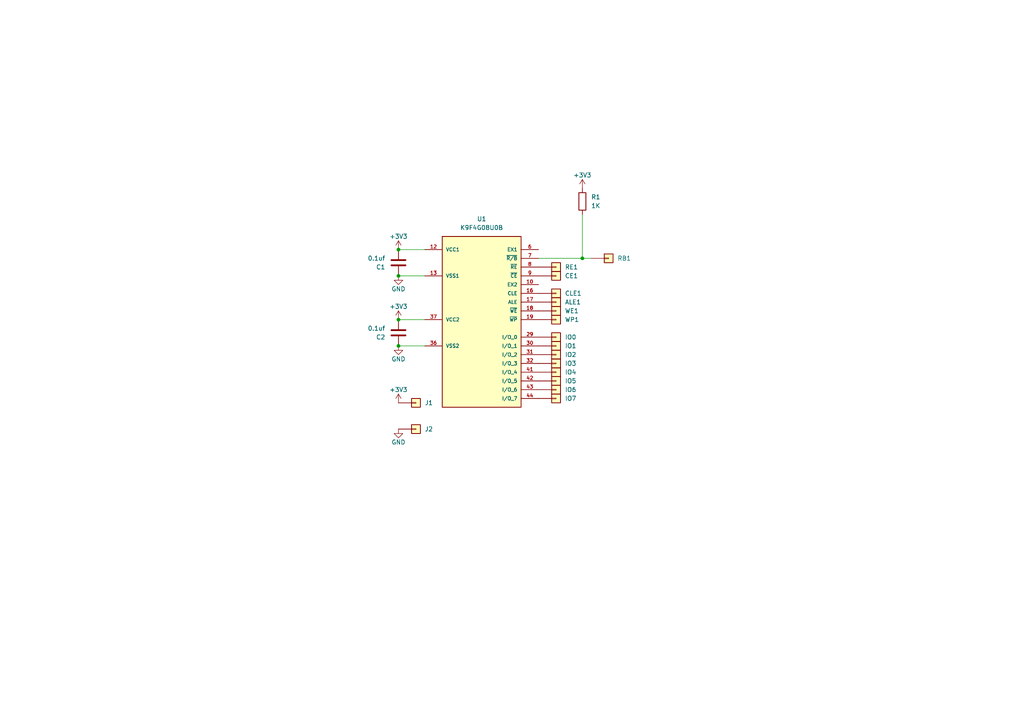
<source format=kicad_sch>
(kicad_sch (version 20250114) (generator "eeschema") (generator_version "9.0")
  (paper "A4")
  (title_block (rev "3.1"))
  (lib_symbols
    (symbol "Connector_Generic:Conn_01x01" (pin_numbers (hide yes)) (pin_names (offset 1.016) (hide yes))
      (property "Reference" "J" (at 0 2.54 0))
      (property "Value" "Conn_01x01" (at 0 -2.54 0))
      (symbol "Conn_01x01_1_1"
        (rectangle (start -1.27 1.27) (end 1.27 -1.27) (stroke (width 0.254)) (fill (type background)))
        (rectangle (start -1.27 0.127) (end 0 -0.127) (stroke (width 0.1524)))
        (pin passive line (at -5.08 0 0) (length 3.81) (name "Pin_1") (number "1"))
      )
    )
    (symbol "Device:C" (pin_numbers (hide yes)) (pin_names (offset 0.254))
      (property "Reference" "C" (at 0.635 2.54 0))
      (property "Value" "C" (at 0.635 -2.54 0))
      (symbol "C_0_1"
        (polyline (pts (xy -2.032 0.762) (xy 2.032 0.762)) (stroke (width 0.508)))
        (polyline (pts (xy -2.032 -0.762) (xy 2.032 -0.762)) (stroke (width 0.508)))
      )
      (symbol "C_1_1"
        (pin passive line (at 0 3.81 270) (length 2.794) (name "~") (number "1"))
        (pin passive line (at 0 -3.81 90) (length 2.794) (name "~") (number "2"))
      )
    )
    (symbol "Device:R" (pin_numbers (hide yes)) (pin_names (offset 0))
      (property "Reference" "R" (at 2.032 0 90))
      (property "Value" "R" (at 0 0 90))
      (symbol "R_0_1"
        (rectangle (start -1.016 -2.54) (end 1.016 2.54) (stroke (width 0.254)))
      )
      (symbol "R_1_1"
        (pin passive line (at 0 3.81 270) (length 1.27) (name "~") (number "1"))
        (pin passive line (at 0 -3.81 90) (length 1.27) (name "~") (number "2"))
      )
    )
    (symbol "K9F4G08U0B:K9F4G08U0B_1" (pin_names (offset 1.016))
      (property "Reference" "U1" (at 11.43 54.61 0))
      (property "Value" "K9F4G08U0B" (at 11.43 52.07 0))
      (symbol "K9F4G08U0B_1_0_0"
        (pin passive line (at -5.08 45.72 0) (length 5.08) (name "VCC1") (number "12"))
        (pin passive line (at -5.08 38.1 0) (length 5.08) (name "VSS1") (number "13"))
        (pin passive line (at -5.08 25.4 0) (length 5.08) (name "VCC2") (number "37"))
        (pin passive line (at -5.08 17.78 0) (length 5.08) (name "VSS2") (number "36"))
        (pin bidirectional line (at 27.94 45.72 180) (length 5.08) (name "EX1") (number "6"))
        (pin bidirectional line (at 27.94 43.18 180) (length 5.08) (name "~{R/B}") (number "7"))
        (pin bidirectional line (at 27.94 40.64 180) (length 5.08) (name "~{RE}") (number "8"))
        (pin bidirectional line (at 27.94 38.1 180) (length 5.08) (name "~{CE}") (number "9"))
        (pin bidirectional line (at 27.94 35.56 180) (length 5.08) (name "EX2") (number "10"))
        (pin bidirectional line (at 27.94 33.02 180) (length 5.08) (name "CLE") (number "16"))
        (pin bidirectional line (at 27.94 30.48 180) (length 5.08) (name "ALE") (number "17"))
        (pin bidirectional line (at 27.94 27.94 180) (length 5.08) (name "~{WE}") (number "18"))
        (pin bidirectional line (at 27.94 25.4 180) (length 5.08) (name "~{WP}") (number "19"))
        (pin bidirectional line (at 27.94 20.32 180) (length 5.08) (name "I/O_0") (number "29"))
        (pin bidirectional line (at 27.94 17.78 180) (length 5.08) (name "I/O_1") (number "30"))
        (pin bidirectional line (at 27.94 15.24 180) (length 5.08) (name "I/O_2") (number "31"))
        (pin bidirectional line (at 27.94 12.7 180) (length 5.08) (name "I/O_3") (number "32"))
        (pin bidirectional line (at 27.94 10.16 180) (length 5.08) (name "I/O_4") (number "41"))
        (pin bidirectional line (at 27.94 7.62 180) (length 5.08) (name "I/O_5") (number "42"))
        (pin bidirectional line (at 27.94 5.08 180) (length 5.08) (name "I/O_6") (number "43"))
        (pin bidirectional line (at 27.94 2.54 180) (length 5.08) (name "I/O_7") (number "44"))
      )
      (symbol "K9F4G08U0B_1_0_1"
        (rectangle (start 0 49.53) (end 22.86 0) (stroke (width 0.254)) (fill (type background)))
      )
    )
    (symbol "power:+3V3" (power) (pin_names (offset 0))
      (property "Value" "+3V3" (at 0 3.556 0))
      (symbol "+3V3_0_1"
        (polyline (pts (xy -0.762 1.27) (xy 0 2.54)))
        (polyline (pts (xy 0 2.54) (xy 0.762 1.27)))
        (polyline (pts (xy 0 0) (xy 0 2.54)))
      )
      (symbol "+3V3_1_1"
        (pin power_in line (at 0 0 90) (length 0) (hide yes) (name "+3V3") (number "1"))
      )
    )
    (symbol "power:GND" (power) (pin_names (offset 0))
      (property "Value" "GND" (at 0 -3.81 0))
      (symbol "GND_0_1"
        (polyline (pts (xy 0 0) (xy 0 -1.27) (xy 1.27 -1.27) (xy 0 -2.54) (xy -1.27 -1.27) (xy 0 -1.27)))
      )
      (symbol "GND_1_1"
        (pin power_in line (at 0 0 270) (length 0) (hide yes) (name "GND") (number "1"))
      )
    )
  )
  (junction (at 168.91 74.93) (diameter 0.9144))
  (junction (at 115.57 92.71) (diameter 0.9144))
  (junction (at 115.57 80.01) (diameter 0.9144))
  (junction (at 115.57 72.39) (diameter 0.9144))
  (junction (at 115.57 100.33) (diameter 0.9144))
  (wire (pts (xy 168.91 62.23) (xy 168.91 74.93)))
  (wire (pts (xy 115.57 100.33) (xy 123.19 100.33)))
  (wire (pts (xy 115.57 92.71) (xy 123.19 92.71)))
  (wire (pts (xy 115.57 80.01) (xy 123.19 80.01)))
  (wire (pts (xy 115.57 72.39) (xy 123.19 72.39)))
  (wire (pts (xy 168.91 74.93) (xy 156.21 74.93)))
  (wire (pts (xy 171.45 74.93) (xy 168.91 74.93)))
  (symbol (lib_id "Connector_Generic:Conn_01x01") (at 161.29 92.71 0) (unit 1)
    (property "Reference" "WP1" (at 163.83 92.71 0) (effects (justify left)))
    (property "Value" "Conn_01x01" (effects (hide yes)))
    (property "Footprint" "project-comp:wii-single-via-0.45mm" (effects (hide yes)))
  )
  (symbol (lib_id "Connector_Generic:Conn_01x01") (at 161.29 113.03 0) (unit 1)
    (property "Reference" "IO6" (at 163.83 113.03 0) (effects (justify left)))
    (property "Value" "Conn_01x01" (effects (hide yes)))
    (property "Footprint" "project-comp:wii-single-via-0.45mm" (effects (hide yes)))
  )
  (symbol (lib_id "Connector_Generic:Conn_01x01") (at 161.29 100.33 0) (unit 1)
    (property "Reference" "IO1" (at 163.83 100.33 0) (effects (justify left)))
    (property "Value" "Conn_01x01" (effects (hide yes)))
    (property "Footprint" "project-comp:wii-single-via-0.45mm" (effects (hide yes)))
  )
  (symbol (lib_id "Connector_Generic:Conn_01x01") (at 161.29 85.09 0) (unit 1)
    (property "Reference" "CLE1" (at 163.83 85.09 0) (effects (justify left)))
    (property "Value" "Conn_01x01" (effects (hide yes)))
    (property "Footprint" "project-comp:wii-single-via-0.45mm" (effects (hide yes)))
  )
  (symbol (lib_id "power:+3V3") (at 168.91 54.61 0) (unit 1)
    (property "Reference" "#PWR01" (effects (hide yes)))
    (property "Value" "+3V3" (at 168.91 50.8 0))
  )
  (symbol (lib_id "Connector_Generic:Conn_01x01") (at 120.65 124.46 0) (unit 1)
    (property "Reference" "J2" (at 123.19 124.46 0) (effects (justify left)))
    (property "Value" "Conn_01x01" (effects (hide yes)))
    (property "Footprint" "project-comp:wii-single-via-0.45mm" (effects (hide yes)))
  )
  (symbol (lib_id "Connector_Generic:Conn_01x01") (at 161.29 115.57 0) (unit 1)
    (property "Reference" "IO7" (at 163.83 115.57 0) (effects (justify left)))
    (property "Value" "Conn_01x01" (effects (hide yes)))
    (property "Footprint" "project-comp:wii-single-via-0.45mm" (effects (hide yes)))
  )
  (symbol (lib_id "power:+3V3") (at 115.57 92.71 0) (unit 1)
    (property "Reference" "#PWR04" (effects (hide yes)))
    (property "Value" "+3V3" (at 115.57 88.9 0))
  )
  (symbol (lib_id "Connector_Generic:Conn_01x01") (at 120.65 116.84 0) (unit 1)
    (property "Reference" "J1" (at 123.19 116.84 0) (effects (justify left)))
    (property "Value" "Conn_01x01" (effects (hide yes)))
    (property "Footprint" "project-comp:wii-single-via-0.45mm" (effects (hide yes)))
  )
  (symbol (lib_id "Connector_Generic:Conn_01x01") (at 176.53 74.93 0) (unit 1)
    (property "Reference" "RB1" (at 179.07 74.93 0) (effects (justify left)))
    (property "Value" "Conn_01x01" (effects (hide yes)))
    (property "Footprint" "project-comp:wii-single-via-0.45mm" (effects (hide yes)))
  )
  (symbol (lib_id "Device:C") (at 115.57 76.2 180) (unit 1)
    (property "Reference" "C1" (at 111.76 77.47 0) (effects (justify left)))
    (property "Value" "0.1uf" (at 111.76 74.93 0) (effects (justify left)))
    (property "Footprint" "Capacitor_SMD:C_0402_1005Metric" (effects (hide yes)))
  )
  (symbol (lib_id "Connector_Generic:Conn_01x01") (at 161.29 87.63 0) (unit 1)
    (property "Reference" "ALE1" (at 163.83 87.63 0) (effects (justify left)))
    (property "Value" "Conn_01x01" (effects (hide yes)))
    (property "Footprint" "project-comp:wii-single-via-0.45mm" (effects (hide yes)))
  )
  (symbol (lib_name "K9F4G08U0B:K9F4G08U0B_1") (lib_id "K9F4G08U0B:K9F4G08U0B") (at 128.27 118.11 0) (unit 1)
    (property "Reference" "U1" (at 139.7 63.5 0))
    (property "Value" "K9F4G08U0B" (at 139.7 66.04 0))
    (property "Footprint" "project-comp:TSOP-48" (effects (hide yes)))
    (property "MPN" "S34ML02G100TFI000" (effects (hide yes)))
    (property "MANUFACTURER" "Cypress Semiconductor" (effects (hide yes)))
  )
  (symbol (lib_id "power:GND") (at 115.57 124.46 0) (unit 1)
    (property "Reference" "#PWR07" (effects (hide yes)))
    (property "Value" "GND" (at 115.57 128.27 0))
  )
  (symbol (lib_id "Connector_Generic:Conn_01x01") (at 161.29 80.01 0) (unit 1)
    (property "Reference" "CE1" (at 163.83 80.01 0) (effects (justify left)))
    (property "Value" "Conn_01x01" (effects (hide yes)))
    (property "Footprint" "project-comp:wii-single-via-0.45mm" (effects (hide yes)))
  )
  (symbol (lib_id "Connector_Generic:Conn_01x01") (at 161.29 107.95 0) (unit 1)
    (property "Reference" "IO4" (at 163.83 107.95 0) (effects (justify left)))
    (property "Value" "Conn_01x01" (effects (hide yes)))
    (property "Footprint" "project-comp:wii-single-via-0.45mm" (effects (hide yes)))
  )
  (symbol (lib_id "Connector_Generic:Conn_01x01") (at 161.29 110.49 0) (unit 1)
    (property "Reference" "IO5" (at 163.83 110.49 0) (effects (justify left)))
    (property "Value" "Conn_01x01" (effects (hide yes)))
    (property "Footprint" "project-comp:wii-single-via-0.45mm" (effects (hide yes)))
  )
  (symbol (lib_id "Device:R") (at 168.91 58.42 0) (unit 1)
    (property "Reference" "R1" (at 171.45 57.15 0) (effects (justify left)))
    (property "Value" "1K" (at 171.45 59.69 0) (effects (justify left)))
    (property "Footprint" "Resistor_SMD:R_0402_1005Metric" (effects (hide yes)))
  )
  (symbol (lib_id "power:+3V3") (at 115.57 116.84 0) (unit 1)
    (property "Reference" "#PWR06" (effects (hide yes)))
    (property "Value" "+3V3" (at 115.57 113.03 0))
  )
  (symbol (lib_id "Connector_Generic:Conn_01x01") (at 161.29 97.79 0) (unit 1)
    (property "Reference" "IO0" (at 163.83 97.79 0) (effects (justify left)))
    (property "Value" "Conn_01x01" (effects (hide yes)))
    (property "Footprint" "project-comp:wii-single-via-0.45mm" (effects (hide yes)))
  )
  (symbol (lib_id "Device:C") (at 115.57 96.52 180) (unit 1)
    (property "Reference" "C2" (at 111.76 97.79 0) (effects (justify left)))
    (property "Value" "0.1uf" (at 111.76 95.25 0) (effects (justify left)))
    (property "Footprint" "Capacitor_SMD:C_0402_1005Metric" (effects (hide yes)))
  )
  (symbol (lib_id "Connector_Generic:Conn_01x01") (at 161.29 105.41 0) (unit 1)
    (property "Reference" "IO3" (at 163.83 105.41 0) (effects (justify left)))
    (property "Value" "Conn_01x01" (effects (hide yes)))
    (property "Footprint" "project-comp:wii-single-via-0.45mm" (effects (hide yes)))
  )
  (symbol (lib_id "Connector_Generic:Conn_01x01") (at 161.29 102.87 0) (unit 1)
    (property "Reference" "IO2" (at 163.83 102.87 0) (effects (justify left)))
    (property "Value" "Conn_01x01" (effects (hide yes)))
    (property "Footprint" "project-comp:wii-single-via-0.45mm" (effects (hide yes)))
  )
  (symbol (lib_id "power:GND") (at 115.57 80.01 0) (unit 1)
    (property "Reference" "#PWR03" (effects (hide yes)))
    (property "Value" "GND" (at 115.57 83.82 0))
  )
  (symbol (lib_id "power:+3V3") (at 115.57 72.39 0) (unit 1)
    (property "Reference" "#PWR02" (effects (hide yes)))
    (property "Value" "+3V3" (at 115.57 68.58 0))
  )
  (symbol (lib_id "Connector_Generic:Conn_01x01") (at 161.29 90.17 0) (unit 1)
    (property "Reference" "WE1" (at 163.83 90.17 0) (effects (justify left)))
    (property "Value" "Conn_01x01" (effects (hide yes)))
    (property "Footprint" "project-comp:wii-single-via-0.45mm" (effects (hide yes)))
  )
  (symbol (lib_id "Connector_Generic:Conn_01x01") (at 161.29 77.47 0) (unit 1)
    (property "Reference" "RE1" (at 163.83 77.47 0) (effects (justify left)))
    (property "Value" "Conn_01x01" (effects (hide yes)))
    (property "Footprint" "project-comp:wii-single-via-0.45mm" (effects (hide yes)))
  )
  (symbol (lib_id "power:GND") (at 115.57 100.33 0) (unit 1)
    (property "Reference" "#PWR05" (effects (hide yes)))
    (property "Value" "GND" (at 115.57 104.14 0))
  )
)
</source>
